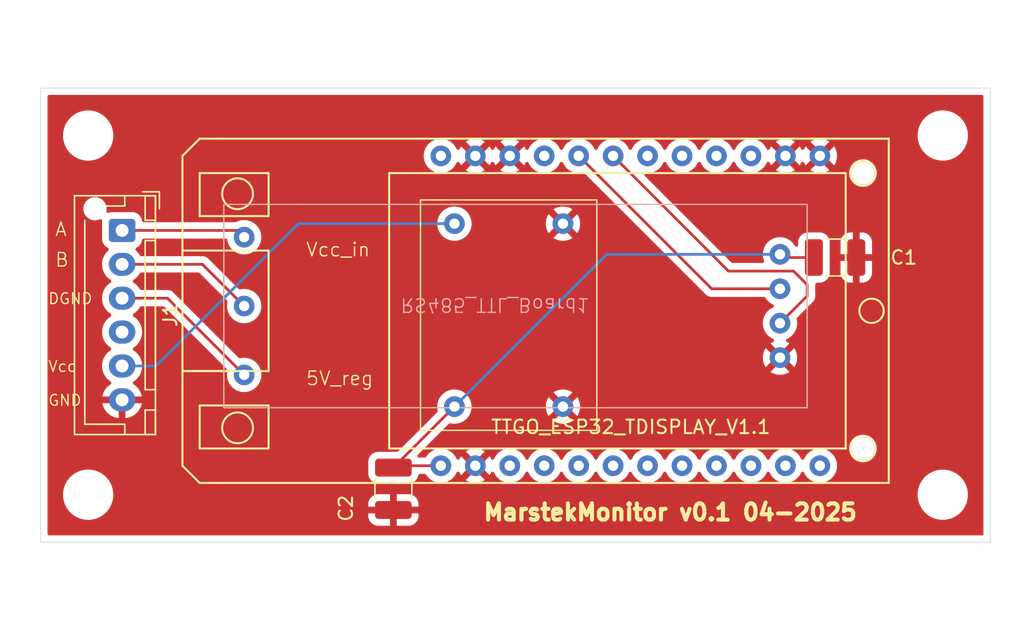
<source format=kicad_pcb>
(kicad_pcb (version 20241229) (generator "pcbnew") (generator_version "9.0")
  (layers (0 "F.Cu" signal) (2 "B.Cu" signal) (13 "F.Paste" user) (15 "B.Paste" user) (5 "F.SilkS" user "F.Silkscreen") (7 "B.SilkS" user "B.Silkscreen") (1 "F.Mask" user) (3 "B.Mask" user) (25 "Edge.Cuts" user))
  (net 0 "")
  (net 1 "VCC")
  (net 3 "/RS485_A")
  (net 4 "GND")
  (net 5 "/RS485_B")
  (net 6 "GNDD")
  (net 8 "/TXD")
  (net 16 "/RXD")
  (net 25 "+5V")
  (footprint "MountingHole:MountingHole_3.2mm_M3" (layer "F.Cu") (at 90.5 66)
    (property "Reference" "H1" (hide yes))
    (property "Value" "MountingHole" (hide yes))
    (pad "" np_thru_hole circle (at 0 0) (size 3.2 3.2) (drill 3.2) (layers "*.Cu" "*.Mask"))
  )
  (footprint "MountingHole:MountingHole_3.2mm_M3" (layer "F.Cu") (at 90.5 92.5)
    (property "Reference" "H2" (hide yes))
    (property "Value" "MountingHole" (hide yes))
    (pad "" np_thru_hole circle (at 0 0) (size 3.2 3.2) (drill 3.2) (layers "*.Cu" "*.Mask"))
  )
  (footprint "BuckBoost5VModule:buckboostmodule5V" (layer "F.Cu") (at 128 70.75 90)
    (property "Reference" "BuckBoostModuleFixed5V1" (hide yes))
    (property "Value" "~")
    (fp_rect (start -17 -13) (end 0 0) (stroke (width 0.1)) (fill no) (layer "F.SilkS"))
    (pad "1" thru_hole circle (at -1.75 -2.5) (size 1.524 1.524) (drill 0.762) (layers "*.Cu" "*.Mask") (net 4 "GND"))
    (pad "2" thru_hole circle (at -1.75 -10.5) (size 1.524 1.524) (drill 0.762) (layers "*.Cu" "*.Mask") (net 1 "VCC"))
    (pad "3" thru_hole circle (at -15.25 -2.5) (size 1.524 1.524) (drill 0.762) (layers "*.Cu" "*.Mask") (net 4 "GND"))
    (pad "4" thru_hole circle (at -15.25 -10.5) (size 1.524 1.524) (drill 0.762) (layers "*.Cu" "*.Mask") (net 25 "+5V"))
  )
  (footprint "MountingHole:MountingHole_3.2mm_M3" (layer "F.Cu") (at 153.5 66)
    (property "Reference" "H3" (hide yes))
    (property "Value" "MountingHole" (hide yes))
    (pad "" np_thru_hole circle (at 0 0) (size 3.2 3.2) (drill 3.2) (layers "*.Cu" "*.Mask"))
  )
  (footprint "Capacitor_SMD:C_1210_3225Metric_Pad1.33x2.70mm_HandSolder" (layer "F.Cu") (at 113 92.0625 -90)
    (property "Reference" "C2" (at 1.4375 3.5 90) (layer "F.SilkS"))
    (property "Value" "100n" (hide yes))
    (fp_line (start -0.711252 1.36) (end 0.711252 1.36) (stroke (width 0.12)) (layer "F.SilkS"))
    (fp_line (start -0.711252 -1.36) (end 0.711252 -1.36) (stroke (width 0.12)) (layer "F.SilkS"))
    (pad "1" smd roundrect (at -1.5625 0 270) (size 1.325 2.7) (layers "F.Cu" "F.Mask" "F.Paste") (roundrect_rratio 0.188679) (net 25 "+5V"))
    (pad "2" smd roundrect (at 1.5625 0 270) (size 1.325 2.7) (layers "F.Cu" "F.Mask" "F.Paste") (roundrect_rratio 0.188679) (net 4 "GND"))
  )
  (footprint "Connector_JST:JST_XH_B6B-XH-AM_1x06_P2.50mm_Vertical" (layer "F.Cu") (at 93 73 -90)
    (property "Reference" "J1" (at 6.25 -3.55 90) (layer "F.SilkS"))
    (property "Value" "Conn_01x06_Socket" (hide yes))
    (fp_line (start -2.56 3.51) (end 15.06 3.51) (stroke (width 0.12)) (layer "F.SilkS"))
    (fp_line (start 15.06 3.51) (end 15.06 -2.46) (stroke (width 0.12)) (layer "F.SilkS"))
    (fp_line (start 6.25 2.75) (end -0.74 2.75) (stroke (width 0.12)) (layer "F.SilkS"))
    (fp_line (start 14.3 2.75) (end 6.25 2.75) (stroke (width 0.12)) (layer "F.SilkS"))
    (fp_line (start -2.55 -0.2) (end -1.8 -0.2) (stroke (width 0.12)) (layer "F.SilkS"))
    (fp_line (start -1.8 -0.2) (end -1.8 1.14) (stroke (width 0.12)) (layer "F.SilkS"))
    (fp_line (start 14.3 -0.2) (end 14.3 2.75) (stroke (width 0.12)) (layer "F.SilkS"))
    (fp_line (start 15.05 -0.2) (end 14.3 -0.2) (stroke (width 0.12)) (layer "F.SilkS"))
    (fp_line (start -2.55 -1.7) (end -0.75 -1.7) (stroke (width 0.12)) (layer "F.SilkS"))
    (fp_line (start -0.75 -1.7) (end -0.75 -2.45) (stroke (width 0.12)) (layer "F.SilkS"))
    (fp_line (start 0.75 -1.7) (end 11.75 -1.7) (stroke (width 0.12)) (layer "F.SilkS"))
    (fp_line (start 11.75 -1.7) (end 11.75 -2.45) (stroke (width 0.12)) (layer "F.SilkS"))
    (fp_line (start 13.25 -1.7) (end 15.05 -1.7) (stroke (width 0.12)) (layer "F.SilkS"))
    (fp_line (start 15.05 -1.7) (end 15.05 -2.45) (stroke (width 0.12)) (layer "F.SilkS"))
    (fp_line (start -2.55 -2.45) (end -2.55 -1.7) (stroke (width 0.12)) (layer "F.SilkS"))
    (fp_line (start -0.75 -2.45) (end -2.55 -2.45) (stroke (width 0.12)) (layer "F.SilkS"))
    (fp_line (start 0.75 -2.45) (end 0.75 -1.7) (stroke (width 0.12)) (layer "F.SilkS"))
    (fp_line (start 11.75 -2.45) (end 0.75 -2.45) (stroke (width 0.12)) (layer "F.SilkS"))
    (fp_line (start 13.25 -2.45) (end 13.25 -1.7) (stroke (width 0.12)) (layer "F.SilkS"))
    (fp_line (start 15.05 -2.45) (end 13.25 -2.45) (stroke (width 0.12)) (layer "F.SilkS"))
    (fp_line (start -2.56 -2.46) (end -2.56 3.51) (stroke (width 0.12)) (layer "F.SilkS"))
    (fp_line (start 15.06 -2.46) (end -2.56 -2.46) (stroke (width 0.12)) (layer "F.SilkS"))
    (fp_line (start -2.85 -2.75) (end -2.85 -1.5) (stroke (width 0.12)) (layer "F.SilkS"))
    (fp_line (start -1.6 -2.75) (end -2.85 -2.75) (stroke (width 0.12)) (layer "F.SilkS"))
    (pad "" np_thru_hole circle (at -1.6 2 270) (size 1.2 1.2) (drill 1.2) (layers "*.Cu" "*.Mask"))
    (pad "1" thru_hole roundrect (at 0 0 270) (size 1.7 1.95) (drill 0.95) (layers "*.Cu" "*.Mask") (roundrect_rratio 0.147059) (net 3 "/RS485_A"))
    (pad "2" thru_hole oval (at 2.5 0 270) (size 1.7 1.95) (drill 0.95) (layers "*.Cu" "*.Mask") (net 5 "/RS485_B"))
    (pad "3" thru_hole oval (at 5 0 270) (size 1.7 1.95) (drill 0.95) (layers "*.Cu" "*.Mask") (net 6 "GNDD"))
    (pad "4" thru_hole oval (at 7.5 0 270) (size 1.7 1.95) (drill 0.95) (layers "*.Cu" "*.Mask"))
    (pad "5" thru_hole oval (at 10 0 270) (size 1.7 1.95) (drill 0.95) (layers "*.Cu" "*.Mask") (net 1 "VCC"))
    (pad "6" thru_hole oval (at 12.5 0 270) (size 1.7 1.95) (drill 0.95) (layers "*.Cu" "*.Mask") (net 4 "GND"))
  )
  (footprint "ttgo-tdisplay-kicad-master:TTGO_ESP32_TDisplay_v1.1" (layer "F.Cu") (at 99.99 91.63)
    (property "Reference" "TTGO1" (hide yes))
    (property "Value" "TTGO_ESP32_TDISPLAY_V1.1" (at 30.51 -4.13 0) (layer "F.SilkS"))
    (fp_line (start -2.54 -24.13) (end -1.27 -25.4) (stroke (width 0.15)) (layer "F.SilkS"))
    (fp_line (start -2.54 -8.255) (end 1.27 -8.255) (stroke (width 0.15)) (layer "F.SilkS"))
    (fp_line (start -2.54 -1.27) (end -2.54 -24.13) (stroke (width 0.15)) (layer "F.SilkS"))
    (fp_line (start -1.27 -25.4) (end 0 -25.4) (stroke (width 0.15)) (layer "F.SilkS"))
    (fp_line (start -1.27 -22.86) (end 3.81 -22.86) (stroke (width 0.15)) (layer "F.SilkS"))
    (fp_line (start -1.27 -19.685) (end -1.27 -22.86) (stroke (width 0.15)) (layer "F.SilkS"))
    (fp_line (start -1.27 -5.715) (end 3.81 -5.715) (stroke (width 0.15)) (layer "F.SilkS"))
    (fp_line (start -1.27 -2.54) (end -1.27 -5.715) (stroke (width 0.15)) (layer "F.SilkS"))
    (fp_line (start -1.27 0) (end -2.54 -1.27) (stroke (width 0.15)) (layer "F.SilkS"))
    (fp_line (start 0 0) (end -1.27 0) (stroke (width 0.15)) (layer "F.SilkS"))
    (fp_line (start 1.27 -17.145) (end -2.54 -17.145) (stroke (width 0.15)) (layer "F.SilkS"))
    (fp_line (start 1.27 -17.145) (end 3.81 -17.145) (stroke (width 0.15)) (layer "F.SilkS"))
    (fp_line (start 3.81 -22.86) (end 3.81 -19.685) (stroke (width 0.15)) (layer "F.SilkS"))
    (fp_line (start 3.81 -19.685) (end -1.27 -19.685) (stroke (width 0.15)) (layer "F.SilkS"))
    (fp_line (start 3.81 -17.145) (end 3.81 -8.255) (stroke (width 0.15)) (layer "F.SilkS"))
    (fp_line (start 3.81 -8.255) (end -2.54 -8.255) (stroke (width 0.15)) (layer "F.SilkS"))
    (fp_line (start 3.81 -5.715) (end 3.81 -2.54) (stroke (width 0.15)) (layer "F.SilkS"))
    (fp_line (start 3.81 -2.54) (end -1.27 -2.54) (stroke (width 0.15)) (layer "F.SilkS"))
    (fp_line (start 12.7 -22.86) (end 46.355 -22.86) (stroke (width 0.15)) (layer "F.SilkS"))
    (fp_line (start 12.7 -2.54) (end 12.7 -22.86) (stroke (width 0.15)) (layer "F.SilkS"))
    (fp_line (start 44.45 0) (end 0 0) (stroke (width 0.15)) (layer "F.SilkS"))
    (fp_line (start 45.72 -25.4) (end 0 -25.4) (stroke (width 0.15)) (layer "F.SilkS"))
    (fp_line (start 46.355 -22.86) (end 46.355 -2.54) (stroke (width 0.15)) (layer "F.SilkS"))
    (fp_line (start 46.355 -2.54) (end 12.7 -2.54) (stroke (width 0.15)) (layer "F.SilkS"))
    (fp_line (start 49.53 -25.4) (end 45.72 -25.4) (stroke (width 0.15)) (layer "F.SilkS"))
    (fp_line (start 49.53 -25.4) (end 49.53 0) (stroke (width 0.15)) (layer "F.SilkS"))
    (fp_line (start 49.53 0) (end 44.45 0) (stroke (width 0.15)) (layer "F.SilkS"))
    (fp_circle (center 1.524 -21.336) (end 2.54 -21.844) (stroke (width 0.15)) (fill no) (layer "F.SilkS"))
    (fp_circle (center 1.524 -4.064) (end 2.54 -4.572) (stroke (width 0.15)) (fill no) (layer "F.SilkS"))
    (fp_circle (center 47.625 -22.86) (end 48.26 -23.495) (stroke (width 0.15)) (fill no) (layer "F.SilkS"))
    (fp_circle (center 47.625 -2.54) (end 48.26 -3.175) (stroke (width 0.15)) (fill no) (layer "F.SilkS"))
    (fp_circle (center 48.26 -12.7) (end 48.895 -13.335) (stroke (width 0.15)) (fill no) (layer "F.SilkS"))
    (pad "" np_thru_hole circle (at 47.625 -22.86) (size 1.524 1.524) (drill 1.524) (layers "*.Cu" "*.Mask"))
    (pad "" np_thru_hole circle (at 47.625 -2.54) (size 1.524 1.524) (drill 1.524) (layers "*.Cu" "*.Mask"))
    (pad "1" thru_hole circle (at 16.51 -1.27) (size 1.524 1.524) (drill 0.762) (layers "*.Cu" "*.Mask") (net 25 "+5V"))
    (pad "2" thru_hole circle (at 19.05 -1.27) (size 1.524 1.524) (drill 0.762) (layers "*.Cu" "*.Mask") (net 4 "GND"))
    (pad "3" thru_hole circle (at 21.59 -1.27) (size 1.524 1.524) (drill 0.762) (layers "*.Cu" "*.Mask"))
    (pad "4" thru_hole circle (at 24.13 -1.27) (size 1.524 1.524) (drill 0.762) (layers "*.Cu" "*.Mask"))
    (pad "5" thru_hole circle (at 26.67 -1.27) (size 1.524 1.524) (drill 0.762) (layers "*.Cu" "*.Mask"))
    (pad "6" thru_hole circle (at 29.21 -1.27) (size 1.524 1.524) (drill 0.762) (layers "*.Cu" "*.Mask"))
    (pad "7" thru_hole circle (at 31.75 -1.27) (size 1.524 1.524) (drill 0.762) (layers "*.Cu" "*.Mask"))
    (pad "8" thru_hole circle (at 34.29 -1.27) (size 1.524 1.524) (drill 0.762) (layers "*.Cu" "*.Mask"))
    (pad "9" thru_hole circle (at 36.83 -1.27) (size 1.524 1.524) (drill 0.762) (layers "*.Cu" "*.Mask"))
    (pad "10" thru_hole circle (at 39.37 -1.27) (size 1.524 1.524) (drill 0.762) (layers "*.Cu" "*.Mask"))
    (pad "11" thru_hole circle (at 41.91 -1.27) (size 1.524 1.524) (drill 0.762) (layers "*.Cu" "*.Mask"))
    (pad "12" thru_hole circle (at 44.45 -1.27) (size 1.524 1.524) (drill 0.762) (layers "*.Cu" "*.Mask"))
    (pad "13" thru_hole circle (at 44.45 -24.13) (size 1.524 1.524) (drill 0.762) (layers "*.Cu" "*.Mask") (net 4 "GND"))
    (pad "14" thru_hole circle (at 41.91 -24.13) (size 1.524 1.524) (drill 0.762) (layers "*.Cu" "*.Mask") (net 4 "GND"))
    (pad "15" thru_hole circle (at 39.37 -24.13) (size 1.524 1.524) (drill 0.762) (layers "*.Cu" "*.Mask"))
    (pad "16" thru_hole circle (at 36.83 -24.13) (size 1.524 1.524) (drill 0.762) (layers "*.Cu" "*.Mask"))
    (pad "17" thru_hole circle (at 34.29 -24.13) (size 1.524 1.524) (drill 0.762) (layers "*.Cu" "*.Mask"))
    (pad "18" thru_hole circle (at 31.75 -24.13) (size 1.524 1.524) (drill 0.762) (layers "*.Cu" "*.Mask"))
    (pad "19" thru_hole circle (at 29.21 -24.13) (size 1.524 1.524) (drill 0.762) (layers "*.Cu" "*.Mask") (net 16 "/RXD"))
    (pad "20" thru_hole circle (at 26.67 -24.13) (size 1.524 1.524) (drill 0.762) (layers "*.Cu" "*.Mask") (net 8 "/TXD"))
    (pad "21" thru_hole circle (at 24.13 -24.13) (size 1.524 1.524) (drill 0.762) (layers "*.Cu" "*.Mask"))
    (pad "22" thru_hole circle (at 21.59 -24.13) (size 1.524 1.524) (drill 0.762) (layers "*.Cu" "*.Mask") (net 4 "GND"))
    (pad "23" thru_hole circle (at 19.05 -24.13) (size 1.524 1.524) (drill 0.762) (layers "*.Cu" "*.Mask") (net 4 "GND"))
    (pad "24" thru_hole circle (at 16.51 -24.13) (size 1.524 1.524) (drill 0.762) (layers "*.Cu" "*.Mask"))
  )
  (footprint "Capacitor_SMD:C_1210_3225Metric_Pad1.33x2.70mm_HandSolder" (layer "F.Cu") (at 145.5625 75)
    (property "Reference" "C1" (at 5.0625 0 0) (layer "F.SilkS"))
    (property "Value" "100n" (hide yes))
    (fp_line (start -0.711252 -1.36) (end 0.711252 -1.36) (stroke (width 0.12)) (layer "F.SilkS"))
    (fp_line (start -0.711252 1.36) (end 0.711252 1.36) (stroke (width 0.12)) (layer "F.SilkS"))
    (pad "1" smd roundrect (at -1.5625 0) (size 1.325 2.7) (layers "F.Cu" "F.Mask" "F.Paste") (roundrect_rratio 0.188679) (net 25 "+5V"))
    (pad "2" smd roundrect (at 1.5625 0) (size 1.325 2.7) (layers "F.Cu" "F.Mask" "F.Paste") (roundrect_rratio 0.188679) (net 4 "GND"))
  )
  (footprint "MountingHole:MountingHole_3.2mm_M3" (layer "F.Cu") (at 153.5 92.5)
    (property "Reference" "H4" (hide yes))
    (property "Value" "MountingHole" (hide yes))
    (pad "" np_thru_hole circle (at 0 0) (size 3.2 3.2) (drill 3.2) (layers "*.Cu" "*.Mask"))
  )
  (footprint "RS485TTLModule:RS485-TTL_module" (layer "B.Cu") (at 120.5 78.58)
    (property "Reference" "RS485_TTL_Board1" (at 0 -0.08 180) (layer "B.SilkS") (effects (font (thickness 0.1)) (justify mirror)))
    (property "Value" "~")
    (fp_rect (start -20 7.5) (end 23 -7.5) (stroke (width 0.1)) (fill no) (layer "B.SilkS"))
    (pad "1" thru_hole circle (at 21 -3.815 90) (size 1.524 1.524) (drill 0.762) (layers "*.Cu" "*.Mask") (net 25 "+5V"))
    (pad "2" thru_hole circle (at 21 -1.275 90) (size 1.524 1.524) (drill 0.762) (layers "*.Cu" "*.Mask") (net 8 "/TXD"))
    (pad "3" thru_hole circle (at 21 1.265 90) (size 1.524 1.524) (drill 0.762) (layers "*.Cu" "*.Mask") (net 16 "/RXD"))
    (pad "4" thru_hole circle (at 21 3.805 90) (size 1.524 1.524) (drill 0.762) (layers "*.Cu" "*.Mask") (net 4 "GND"))
    (pad "5" thru_hole circle (at -18.5 -5.08 90) (size 1.524 1.524) (drill 0.762) (layers "*.Cu" "*.Mask") (net 3 "/RS485_A"))
    (pad "6" thru_hole circle (at -18.5 0 90) (size 1.524 1.524) (drill 0.762) (layers "*.Cu" "*.Mask") (net 5 "/RS485_B"))
    (pad "7" thru_hole circle (at -18.5 5.08 90) (size 1.524 1.524) (drill 0.762) (layers "*.Cu" "*.Mask") (net 6 "GNDD"))
  )
  (gr_rect (start 87 62.5) (end 157 96) (stroke (width 0.05)) (fill no) (layer "Edge.Cuts"))
  (gr_text "DGND\n" (at 87.5 78.5 0) (layer "F.SilkS") (effects (font (size 0.8 0.8) (thickness 0.1)) (justify left bottom)))
  (gr_text "A" (at 88 73.5 0) (layer "F.SilkS") (effects (font (size 1 1) (thickness 0.1)) (justify left bottom)))
  (gr_text "GND\n" (at 87.5 86 0) (layer "F.SilkS") (effects (font (size 0.8 0.8) (thickness 0.1)) (justify left bottom)))
  (gr_text "5V_reg" (at 106.5 84.5 0) (layer "F.SilkS") (effects (font (size 1 1) (thickness 0.1)) (justify left bottom)))
  (gr_text "MarstekMonitor v0.1 04-2025" (at 119.5 94.5 0) (layer "F.SilkS") (effects (font (size 1.2 1.2) (thickness 0.3) (bold yes)) (justify left bottom)))
  (gr_text "Vcc" (at 87.5 83.5 0) (layer "F.SilkS") (effects (font (size 0.8 0.8) (thickness 0.1)) (justify left bottom)))
  (gr_text "Vcc_in" (at 106.5 75 0) (layer "F.SilkS") (effects (font (size 1 1) (thickness 0.1)) (justify left bottom)))
  (gr_text "B" (at 88 75.755 0) (layer "F.SilkS") (effects (font (size 1 1) (thickness 0.1)) (justify left bottom)))
  (segment (start 95.5 83) (end 106 72.5) (width 0.2) (layer "B.Cu") (net 1))
  (segment (start 106 72.5) (end 117.5 72.5) (width 0.2) (layer "B.Cu") (net 1))
  (segment (start 93 83) (end 95.5 83) (width 0.2) (layer "B.Cu") (net 1))
  (segment (start 101.5 73) (end 102 73.5) (width 0.2) (layer "F.Cu") (net 3))
  (segment (start 93 73) (end 101.5 73) (width 0.2) (layer "F.Cu") (net 3))
  (segment (start 98.92 75.5) (end 102 78.58) (width 0.2) (layer "F.Cu") (net 5))
  (segment (start 93 75.5) (end 98.92 75.5) (width 0.2) (layer "F.Cu") (net 5))
  (segment (start 96.34 78) (end 102 83.66) (width 0.2) (layer "F.Cu") (net 6))
  (segment (start 93 78) (end 96.34 78) (width 0.2) (layer "F.Cu") (net 6))
  (segment (start 136.465 77.305) (end 141.5 77.305) (width 0.2) (layer "F.Cu") (net 8))
  (segment (start 126.66 67.5) (end 136.465 77.305) (width 0.2) (layer "F.Cu") (net 8))
  (segment (start 129.2 67.5) (end 137.7 76) (width 0.2) (layer "F.Cu") (net 16))
  (segment (start 137.7 76) (end 142.5 76) (width 0.2) (layer "F.Cu") (net 16))
  (segment (start 142.5 76) (end 143.5 77) (width 0.2) (layer "F.Cu") (net 16))
  (segment (start 143.5 77) (end 143.5 77.845) (width 0.2) (layer "F.Cu") (net 16))
  (segment (start 143.5 77.845) (end 141.5 79.845) (width 0.2) (layer "F.Cu") (net 16))
  (segment (start 141.735 75) (end 141.5 74.765) (width 0.2) (layer "F.Cu") (net 25))
  (segment (start 116.5 90.36) (end 113.14 90.36) (width 0.2) (layer "F.Cu") (net 25))
  (segment (start 113.14 90.36) (end 113 90.5) (width 0.2) (layer "F.Cu") (net 25))
  (segment (start 117.5 86) (end 113 90.5) (width 0.2) (layer "F.Cu") (net 25))
  (segment (start 144 75) (end 141.735 75) (width 0.2) (layer "F.Cu") (net 25))
  (segment (start 141.235 74.5) (end 141.5 74.765) (width 0.2) (layer "B.Cu") (net 25))
  (segment (start 128.735 74.765) (end 117.5 86) (width 0.2) (layer "B.Cu") (net 25))
  (segment (start 141.5 74.765) (end 128.735 74.765) (width 0.2) (layer "B.Cu") (net 25))
  (zone (net 4) (net_name "GND") (layer "F.Cu") (connect_pads (clearance 0.5)) (min_thickness 0.25) (fill yes (thermal_gap 0.5) (thermal_bridge_width 0.5))
    (polygon (pts (xy 85.5 56) (xy 159 56.5) (xy 159.5 103) (xy 84 102)))
  )
)
</source>
